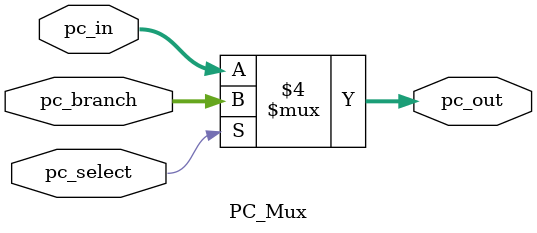
<source format=v>
module PC_Mux( pc_in, pc_branch, pc_select, pc_out );
    input [31:0] pc_in;     
    input [31:0] pc_branch;   
    input pc_select;          
    output reg[31:0] pc_out;  

   always @(*) begin
        if (pc_select==1'b0) begin
            pc_out = pc_in;  
        end else begin
            pc_out = pc_branch;      
        end
    end

endmodule
</source>
